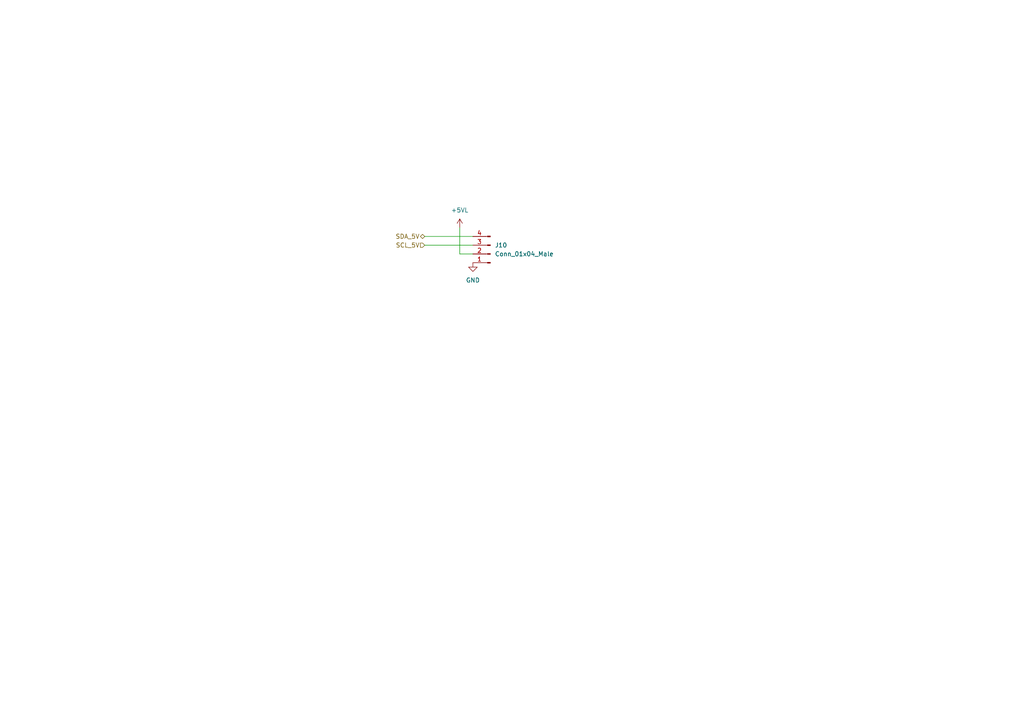
<source format=kicad_sch>
(kicad_sch (version 20211123) (generator eeschema)
  (paper "A4")
  (lib_symbols
    (symbol "Connector:Conn_01x04_Male" (pin_names (offset 1.016) hide)
      (property "Reference" "J" (at 0 5.08 0))
      (property "Value" "Conn_01x04_Male" (at 0 -7.62 0))
      (symbol "Conn_01x04_Male_1_1"
        (polyline (pts (xy 1.27 -5.08) (xy 0.8636 -5.08)) (stroke (width 0.1524)))
        (polyline (pts (xy 1.27 -2.54) (xy 0.8636 -2.54)) (stroke (width 0.1524)))
        (polyline (pts (xy 1.27 0) (xy 0.8636 0)) (stroke (width 0.1524)))
        (polyline (pts (xy 1.27 2.54) (xy 0.8636 2.54)) (stroke (width 0.1524)))
        (rectangle (start 0.8636 -4.953) (end 0 -5.207) (stroke (width 0.1524)) (fill (type outline)))
        (rectangle (start 0.8636 -2.413) (end 0 -2.667) (stroke (width 0.1524)) (fill (type outline)))
        (rectangle (start 0.8636 0.127) (end 0 -0.127) (stroke (width 0.1524)) (fill (type outline)))
        (rectangle (start 0.8636 2.667) (end 0 2.413) (stroke (width 0.1524)) (fill (type outline)))
        (pin passive line (at 5.08 2.54 180) (length 3.81) (name "Pin_1") (number "1"))
        (pin passive line (at 5.08 0 180) (length 3.81) (name "Pin_2") (number "2"))
        (pin passive line (at 5.08 -2.54 180) (length 3.81) (name "Pin_3") (number "3"))
        (pin passive line (at 5.08 -5.08 180) (length 3.81) (name "Pin_4") (number "4"))
      )
    )
    (symbol "power:+5VL" (power) (pin_names (offset 0))
      (property "Value" "+5VL" (at 0 3.556 0))
      (symbol "+5VL_0_1"
        (polyline (pts (xy -0.762 1.27) (xy 0 2.54)))
        (polyline (pts (xy 0 0) (xy 0 2.54)))
        (polyline (pts (xy 0 2.54) (xy 0.762 1.27)))
      )
      (symbol "+5VL_1_1"
        (pin power_in line (at 0 0 90) (length 0) hide (name "+5VL") (number "1"))
      )
    )
    (symbol "power:GND" (power) (pin_names (offset 0))
      (property "Value" "GND" (at 0 -3.81 0))
      (symbol "GND_0_1"
        (polyline (pts (xy 0 0) (xy 0 -1.27) (xy 1.27 -1.27) (xy 0 -2.54) (xy -1.27 -1.27) (xy 0 -1.27)))
      )
      (symbol "GND_1_1"
        (pin power_in line (at 0 0 270) (length 0) hide (name "GND") (number "1"))
      )
    )
  )
  (wire (pts (xy 133.35 66.04) (xy 133.35 73.66)))
  (wire (pts (xy 123.19 68.58) (xy 137.16 68.58)))
  (wire (pts (xy 123.19 71.12) (xy 137.16 71.12)))
  (wire (pts (xy 133.35 73.66) (xy 137.16 73.66)))
  (hierarchical_label "SCL_5V" (shape input) (at 123.19 71.12 180))
  (hierarchical_label "SDA_5V" (shape bidirectional) (at 123.19 68.58 180))
  (symbol (lib_id "power:+5VL") (at 133.35 66.04 0) (unit 1)
    (property "Reference" "#PWR048" (effects hide))
    (property "Value" "+5VL" (at 133.35 60.96 0))
  )
  (symbol (lib_id "power:GND") (at 137.16 76.2 0) (unit 1)
    (property "Reference" "#PWR049" (effects hide))
    (property "Value" "GND" (at 137.16 81.28 0))
  )
  (symbol (lib_id "Connector:Conn_01x04_Male") (at 142.24 73.66 180) (unit 1)
    (property "Reference" "J10" (at 143.51 71.1199 0) (effects (justify right)))
    (property "Value" "Conn_01x04_Male" (at 143.51 73.6599 0) (effects (justify right)))
  )
)
</source>
